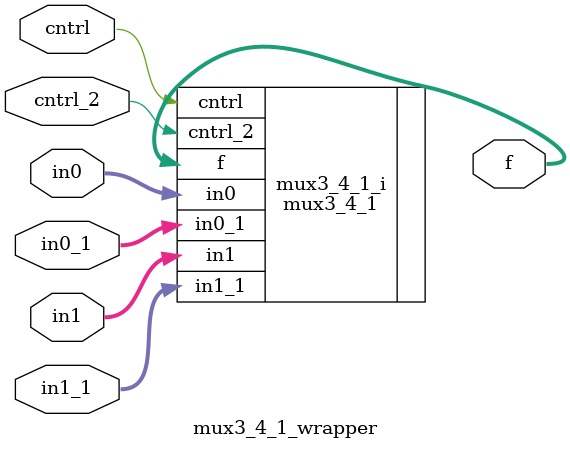
<source format=v>
`timescale 1 ps / 1 ps

module mux3_4_1_wrapper
   (cntrl,
    cntrl_2,
    f,
    in0,
    in0_1,
    in1,
    in1_1);
  input cntrl;
  input cntrl_2;
  output [2:0]f;
  input [2:0]in0;
  input [2:0]in0_1;
  input [2:0]in1;
  input [2:0]in1_1;

  wire cntrl;
  wire cntrl_2;
  wire [2:0]f;
  wire [2:0]in0;
  wire [2:0]in0_1;
  wire [2:0]in1;
  wire [2:0]in1_1;

  mux3_4_1 mux3_4_1_i
       (.cntrl(cntrl),
        .cntrl_2(cntrl_2),
        .f(f),
        .in0(in0),
        .in0_1(in0_1),
        .in1(in1),
        .in1_1(in1_1));
endmodule

</source>
